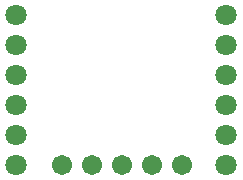
<source format=gbr>
G04 #@! TF.GenerationSoftware,KiCad,Pcbnew,(5.1.9-0-10_14)*
G04 #@! TF.CreationDate,2021-02-24T12:23:29+01:00*
G04 #@! TF.ProjectId,l0_Load,6c305f4c-6f61-4642-9e6b-696361645f70,rev?*
G04 #@! TF.SameCoordinates,Original*
G04 #@! TF.FileFunction,Soldermask,Bot*
G04 #@! TF.FilePolarity,Negative*
%FSLAX46Y46*%
G04 Gerber Fmt 4.6, Leading zero omitted, Abs format (unit mm)*
G04 Created by KiCad (PCBNEW (5.1.9-0-10_14)) date 2021-02-24 12:23:29*
%MOMM*%
%LPD*%
G01*
G04 APERTURE LIST*
%ADD10C,1.702000*%
%ADD11C,1.802000*%
G04 APERTURE END LIST*
D10*
X177800000Y-89789000D03*
X175260000Y-89789000D03*
X172720000Y-89789000D03*
X170180000Y-89789000D03*
X167640000Y-89789000D03*
D11*
X181518600Y-79603600D03*
X181518600Y-77063600D03*
X181518600Y-87223600D03*
X181518600Y-82143600D03*
X181518600Y-89763600D03*
X163743600Y-77063600D03*
X163743600Y-87223600D03*
X163743600Y-82143600D03*
X181518600Y-84683600D03*
X163743600Y-84683600D03*
X163743600Y-89763600D03*
X163743600Y-79603600D03*
M02*

</source>
